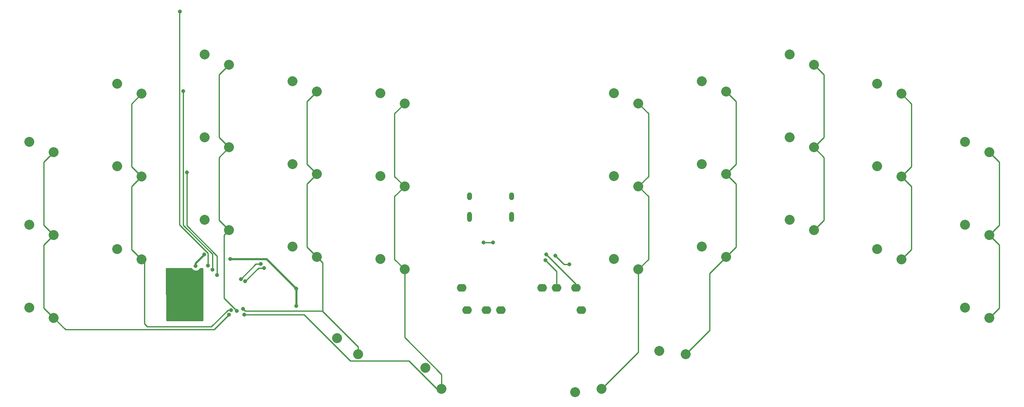
<source format=gbr>
%TF.GenerationSoftware,KiCad,Pcbnew,5.1.6*%
%TF.CreationDate,2020-08-13T12:20:14+01:00*%
%TF.ProjectId,ferris,66657272-6973-42e6-9b69-6361645f7063,rev?*%
%TF.SameCoordinates,Original*%
%TF.FileFunction,Copper,L2,Bot*%
%TF.FilePolarity,Positive*%
%FSLAX46Y46*%
G04 Gerber Fmt 4.6, Leading zero omitted, Abs format (unit mm)*
G04 Created by KiCad (PCBNEW 5.1.6) date 2020-08-13 12:20:14*
%MOMM*%
%LPD*%
G01*
G04 APERTURE LIST*
%TA.AperFunction,ComponentPad*%
%ADD10C,2.032000*%
%TD*%
%TA.AperFunction,ComponentPad*%
%ADD11O,1.000000X2.100000*%
%TD*%
%TA.AperFunction,ComponentPad*%
%ADD12O,1.000000X1.600000*%
%TD*%
%TA.AperFunction,ComponentPad*%
%ADD13O,2.000000X1.600000*%
%TD*%
%TA.AperFunction,ViaPad*%
%ADD14C,0.800000*%
%TD*%
%TA.AperFunction,Conductor*%
%ADD15C,0.381000*%
%TD*%
%TA.AperFunction,Conductor*%
%ADD16C,0.254000*%
%TD*%
G04 APERTURE END LIST*
D10*
%TO.P,K2_6,1*%
%TO.N,/col6*%
X160000000Y-67400000D03*
%TO.P,K2_6,2*%
%TO.N,Net-(D2_6-Pad2)*%
X155000000Y-65300000D03*
%TD*%
%TO.P,K2_1,1*%
%TO.N,/col1*%
X40000000Y-67900000D03*
%TO.P,K2_1,2*%
%TO.N,Net-(D2_1-Pad2)*%
X35000000Y-65800000D03*
%TD*%
%TO.P,K2_0,1*%
%TO.N,/col0*%
X22000000Y-79900000D03*
%TO.P,K2_0,2*%
%TO.N,Net-(D2_0-Pad2)*%
X17000000Y-77800000D03*
%TD*%
%TO.P,K0_5,1*%
%TO.N,/col5*%
X142000000Y-35900000D03*
%TO.P,K0_5,2*%
%TO.N,Net-(D0_5-Pad2)*%
X137000000Y-33800000D03*
%TD*%
%TO.P,K3_6,1*%
%TO.N,/col6*%
X151657032Y-87398962D03*
%TO.P,K3_6,2*%
%TO.N,Net-(D3_6-Pad2)*%
X146283883Y-86664613D03*
%TD*%
%TO.P,K1_6,1*%
%TO.N,/col6*%
X160000000Y-50400000D03*
%TO.P,K1_6,2*%
%TO.N,Net-(D1_6-Pad2)*%
X155000000Y-48300000D03*
%TD*%
%TO.P,K2_5,1*%
%TO.N,/col5*%
X142000000Y-69900000D03*
%TO.P,K2_5,2*%
%TO.N,Net-(D2_5-Pad2)*%
X137000000Y-67800000D03*
%TD*%
%TO.P,K,1*%
%TO.N,/col7*%
X178000000Y-61900000D03*
%TO.P,K,2*%
%TO.N,Net-(D2_7-Pad2)*%
X173000000Y-59800000D03*
%TD*%
%TO.P,K1_9,1*%
%TO.N,/col9*%
X214000000Y-62900000D03*
%TO.P,K1_9,2*%
%TO.N,Net-(D1_9-Pad2)*%
X209000000Y-60800000D03*
%TD*%
%TO.P,K3_5,1*%
%TO.N,/col5*%
X134420000Y-94519550D03*
%TO.P,K3_5,2*%
%TO.N,Net-(D3_5-Pad2)*%
X129039873Y-95200897D03*
%TD*%
%TO.P,K1_8,1*%
%TO.N,/col8*%
X196000000Y-50900000D03*
%TO.P,K1_8,2*%
%TO.N,Net-(D1_8-Pad2)*%
X191000000Y-48800000D03*
%TD*%
%TO.P,K1_5,1*%
%TO.N,/col5*%
X142000000Y-52900000D03*
%TO.P,K1_5,2*%
%TO.N,Net-(D1_5-Pad2)*%
X137000000Y-50800000D03*
%TD*%
%TO.P,K0_9,1*%
%TO.N,/col9*%
X214000000Y-45900000D03*
%TO.P,K0_9,2*%
%TO.N,Net-(D0_9-Pad2)*%
X209000000Y-43800000D03*
%TD*%
%TO.P,K0_6,1*%
%TO.N,/col6*%
X160000000Y-33400000D03*
%TO.P,K0_6,2*%
%TO.N,Net-(D0_6-Pad2)*%
X155000000Y-31300000D03*
%TD*%
%TO.P,K2_8,1*%
%TO.N,/col8*%
X196000000Y-67900000D03*
%TO.P,K2_8,2*%
%TO.N,Net-(D2_8-Pad2)*%
X191000000Y-65800000D03*
%TD*%
%TO.P,K1_7,1*%
%TO.N,/col7*%
X178000000Y-44900000D03*
%TO.P,K1_7,2*%
%TO.N,Net-(D1_7-Pad2)*%
X173000000Y-42800000D03*
%TD*%
%TO.P,K0_7,1*%
%TO.N,/col7*%
X178000000Y-27900000D03*
%TO.P,K0_7,2*%
%TO.N,Net-(D0_7-Pad2)*%
X173000000Y-25800000D03*
%TD*%
%TO.P,K0_8,1*%
%TO.N,/col8*%
X196000000Y-33900000D03*
%TO.P,K0_8,2*%
%TO.N,Net-(D0_8-Pad2)*%
X191000000Y-31800000D03*
%TD*%
%TO.P,K2_9,1*%
%TO.N,/col9*%
X214000000Y-79900000D03*
%TO.P,K2_9,2*%
%TO.N,Net-(D2_9-Pad2)*%
X209000000Y-77800000D03*
%TD*%
%TO.P,K3_3,1*%
%TO.N,/col3*%
X84442968Y-87398962D03*
%TO.P,K3_3,2*%
%TO.N,Net-(D3_3-Pad2)*%
X80156858Y-84076423D03*
%TD*%
%TO.P,K3_4,1*%
%TO.N,/col4*%
X101580000Y-94519550D03*
%TO.P,K3_4,2*%
%TO.N,Net-(D3_4-Pad2)*%
X98299873Y-90200897D03*
%TD*%
%TO.P,K2_4,1*%
%TO.N,/col4*%
X94000000Y-69900000D03*
%TO.P,K2_4,2*%
%TO.N,Net-(D2_4-Pad2)*%
X89000000Y-67800000D03*
%TD*%
%TO.P,K2_3,1*%
%TO.N,/col3*%
X76000000Y-67400000D03*
%TO.P,K2_3,2*%
%TO.N,Net-(D2_3-Pad2)*%
X71000000Y-65300000D03*
%TD*%
%TO.P,K2_2,1*%
%TO.N,/col2*%
X58000000Y-61900000D03*
%TO.P,K2_2,2*%
%TO.N,Net-(D2_2-Pad2)*%
X53000000Y-59800000D03*
%TD*%
%TO.P,K1_3,1*%
%TO.N,/col3*%
X76000000Y-50400000D03*
%TO.P,K1_3,2*%
%TO.N,Net-(D1_3-Pad2)*%
X71000000Y-48300000D03*
%TD*%
%TO.P,K1_2,1*%
%TO.N,/col2*%
X58000000Y-44900000D03*
%TO.P,K1_2,2*%
%TO.N,Net-(D1_2-Pad2)*%
X53000000Y-42800000D03*
%TD*%
%TO.P,K1_0,1*%
%TO.N,/col0*%
X22000000Y-62900000D03*
%TO.P,K1_0,2*%
%TO.N,Net-(D1_0-Pad2)*%
X17000000Y-60800000D03*
%TD*%
%TO.P,K1_1,1*%
%TO.N,/col1*%
X40000000Y-50900000D03*
%TO.P,K1_1,2*%
%TO.N,Net-(D1_1-Pad2)*%
X35000000Y-48800000D03*
%TD*%
%TO.P,K1_4,1*%
%TO.N,/col4*%
X94000000Y-52900000D03*
%TO.P,K1_4,2*%
%TO.N,Net-(D1_4-Pad2)*%
X89000000Y-50800000D03*
%TD*%
%TO.P,K0_3,1*%
%TO.N,/col3*%
X76000000Y-33400000D03*
%TO.P,K0_3,2*%
%TO.N,Net-(D0_3-Pad2)*%
X71000000Y-31300000D03*
%TD*%
%TO.P,K0_0,1*%
%TO.N,/col0*%
X22000000Y-45900000D03*
%TO.P,K0_0,2*%
%TO.N,Net-(D0_0-Pad2)*%
X17000000Y-43800000D03*
%TD*%
%TO.P,K0_1,1*%
%TO.N,/col1*%
X40000000Y-33900000D03*
%TO.P,K0_1,2*%
%TO.N,Net-(D0_1-Pad2)*%
X35000000Y-31800000D03*
%TD*%
%TO.P,K0_4,1*%
%TO.N,/col4*%
X94000000Y-35900000D03*
%TO.P,K0_4,2*%
%TO.N,Net-(D0_4-Pad2)*%
X89000000Y-33800000D03*
%TD*%
%TO.P,K0_2,1*%
%TO.N,/col2*%
X58000000Y-27900000D03*
%TO.P,K0_2,2*%
%TO.N,Net-(D0_2-Pad2)*%
X53000000Y-25800000D03*
%TD*%
D11*
%TO.P,J1,S1*%
%TO.N,GND*%
X107320000Y-59140000D03*
X115960000Y-59140000D03*
D12*
X115960000Y-54960000D03*
X107320000Y-54960000D03*
%TD*%
D13*
%TO.P,Jack1,R1*%
%TO.N,Net-(Jack1-PadR1)*%
X125200000Y-73700000D03*
%TO.P,Jack1,R2*%
%TO.N,VDD*%
X122200000Y-73700000D03*
%TO.P,Jack1,T*%
%TO.N,Net-(Jack1-PadT)*%
X129200000Y-73700000D03*
%TO.P,Jack1,S*%
%TO.N,VSS*%
X130300000Y-78300000D03*
%TD*%
%TO.P,Jack0,R1*%
%TO.N,Net-(Jack0-PadR1)*%
X110800000Y-78300000D03*
%TO.P,Jack0,R2*%
%TO.N,+5V*%
X113800000Y-78300000D03*
%TO.P,Jack0,T*%
%TO.N,Net-(Jack0-PadT)*%
X106800000Y-78300000D03*
%TO.P,Jack0,S*%
%TO.N,GND*%
X105700000Y-73700000D03*
%TD*%
D14*
%TO.N,+5V*%
X58250000Y-67830000D03*
X71750000Y-73890000D03*
X71790000Y-77440000D03*
X51140000Y-69260000D03*
X52910000Y-66910000D03*
%TO.N,/col4*%
X61100000Y-79240000D03*
%TO.N,Net-(Jack0-PadR1)*%
X61281760Y-72421702D03*
X65200000Y-69649468D03*
%TO.N,Net-(Jack0-PadT)*%
X60400000Y-71950000D03*
X64516489Y-68843967D03*
%TO.N,Net-(Jack1-PadR1)*%
X122880000Y-68070000D03*
%TO.N,Net-(Jack1-PadT)*%
X123040000Y-66840000D03*
%TO.N,/col0*%
X57955840Y-79263473D03*
%TO.N,/col2*%
X59550000Y-78440000D03*
%TO.N,/col1*%
X58366061Y-78284195D03*
%TO.N,/col3*%
X60830000Y-78080000D03*
%TO.N,/row0\u002C0*%
X53670000Y-69180000D03*
X47855000Y-17045000D03*
%TO.N,/row0\u002C1*%
X54540000Y-70027000D03*
X48577001Y-33322999D03*
%TO.N,/row0\u002C2*%
X55551724Y-71104001D03*
X49304001Y-50072999D03*
%TO.N,Net-(R9-Pad1)*%
X127815500Y-68888354D03*
X124978231Y-67171769D03*
%TO.N,GND*%
X112117000Y-64440000D03*
X110200010Y-64440000D03*
X51720000Y-74620000D03*
X51414989Y-71180000D03*
%TD*%
D15*
%TO.N,+5V*%
X71800000Y-73940000D02*
X71750000Y-73890000D01*
X65690000Y-67830000D02*
X71750000Y-73890000D01*
X58250000Y-67830000D02*
X65690000Y-67830000D01*
X71790000Y-76730000D02*
X71800000Y-76720000D01*
X71800000Y-76720000D02*
X71800000Y-73940000D01*
X71790000Y-77440000D02*
X71790000Y-76730000D01*
X71800000Y-76920000D02*
X71800000Y-76720000D01*
X71790000Y-73930000D02*
X71750000Y-73890000D01*
X71790000Y-77440000D02*
X71790000Y-73930000D01*
X51140000Y-68680000D02*
X52910000Y-66910000D01*
X51140000Y-69260000D02*
X51140000Y-68680000D01*
D16*
%TO.N,/col4*%
X91958499Y-50858499D02*
X94000000Y-52900000D01*
X91958499Y-37941501D02*
X91958499Y-50858499D01*
X94000000Y-35900000D02*
X91958499Y-37941501D01*
X91958499Y-67858499D02*
X94000000Y-69900000D01*
X91958499Y-54941501D02*
X91958499Y-67858499D01*
X94000000Y-52900000D02*
X91958499Y-54941501D01*
X101580000Y-91493382D02*
X101580000Y-94519550D01*
X94000000Y-83913382D02*
X101580000Y-91493382D01*
X94000000Y-69900000D02*
X94000000Y-83913382D01*
X61100000Y-79240000D02*
X73380000Y-79240000D01*
X100630884Y-94519550D02*
X101580000Y-94519550D01*
X94853297Y-88741963D02*
X100630884Y-94519550D01*
X82881963Y-88741963D02*
X94853297Y-88741963D01*
X73380000Y-79240000D02*
X82881963Y-88741963D01*
%TO.N,Net-(Jack0-PadR1)*%
X64053994Y-69649468D02*
X65200000Y-69649468D01*
X61281760Y-72421702D02*
X64053994Y-69649468D01*
%TO.N,Net-(Jack0-PadT)*%
X63506033Y-68843967D02*
X64516489Y-68843967D01*
X60400000Y-71950000D02*
X63506033Y-68843967D01*
%TO.N,Net-(Jack1-PadR1)*%
X125200000Y-70390000D02*
X122880000Y-68070000D01*
X125200000Y-73700000D02*
X125200000Y-70390000D01*
%TO.N,Net-(Jack1-PadT)*%
X129200000Y-73000000D02*
X123040000Y-66840000D01*
X129200000Y-73700000D02*
X129200000Y-73000000D01*
%TO.N,/col0*%
X19958499Y-60858499D02*
X22000000Y-62900000D01*
X19958499Y-47941501D02*
X19958499Y-60858499D01*
X22000000Y-45900000D02*
X19958499Y-47941501D01*
X19958499Y-77858499D02*
X22000000Y-79900000D01*
X19958499Y-64941501D02*
X19958499Y-77858499D01*
X22000000Y-62900000D02*
X19958499Y-64941501D01*
X57955840Y-79263473D02*
X54889313Y-82330000D01*
X24430000Y-82330000D02*
X22000000Y-79900000D01*
X54889313Y-82330000D02*
X24430000Y-82330000D01*
%TO.N,/col8*%
X198041501Y-52941501D02*
X196000000Y-50900000D01*
X198041501Y-65858499D02*
X198041501Y-52941501D01*
X196000000Y-67900000D02*
X198041501Y-65858499D01*
X198041501Y-35941501D02*
X196000000Y-33900000D01*
X198041501Y-48858499D02*
X198041501Y-35941501D01*
X196000000Y-50900000D02*
X198041501Y-48858499D01*
%TO.N,/col5*%
X142000000Y-86939550D02*
X142000000Y-69900000D01*
X134420000Y-94519550D02*
X142000000Y-86939550D01*
X144041501Y-50858499D02*
X144041501Y-37941501D01*
X142000000Y-52900000D02*
X144041501Y-50858499D01*
X144041501Y-37941501D02*
X142000000Y-35900000D01*
X144041501Y-67858499D02*
X144041501Y-54941501D01*
X144041501Y-54941501D02*
X142000000Y-52900000D01*
X142000000Y-69900000D02*
X144041501Y-67858499D01*
%TO.N,/col2*%
X55958499Y-42858499D02*
X58000000Y-44900000D01*
X55958499Y-29941501D02*
X55958499Y-42858499D01*
X58000000Y-27900000D02*
X55958499Y-29941501D01*
X55958499Y-59858499D02*
X58000000Y-61900000D01*
X55958499Y-46941501D02*
X55958499Y-59858499D01*
X58000000Y-44900000D02*
X55958499Y-46941501D01*
X56984001Y-75874001D02*
X59550000Y-78440000D01*
X56984001Y-62915999D02*
X56984001Y-75874001D01*
X58000000Y-61900000D02*
X56984001Y-62915999D01*
%TO.N,/col1*%
X37958499Y-65858499D02*
X40000000Y-67900000D01*
X37958499Y-52941501D02*
X37958499Y-65858499D01*
X40000000Y-50900000D02*
X37958499Y-52941501D01*
X57800376Y-78284195D02*
X54364571Y-81720000D01*
X58366061Y-78284195D02*
X57800376Y-78284195D01*
X41170000Y-81720000D02*
X40580000Y-81130000D01*
X54364571Y-81720000D02*
X41170000Y-81720000D01*
X40580000Y-68480000D02*
X40000000Y-67900000D01*
X40580000Y-81130000D02*
X40580000Y-68480000D01*
X37958499Y-35941501D02*
X40000000Y-33900000D01*
X37958499Y-48858499D02*
X37958499Y-35941501D01*
X40000000Y-50900000D02*
X37958499Y-48858499D01*
%TO.N,/col3*%
X73958499Y-48358499D02*
X76000000Y-50400000D01*
X73958499Y-35441501D02*
X73958499Y-48358499D01*
X76000000Y-33400000D02*
X73958499Y-35441501D01*
X73958499Y-65358499D02*
X76000000Y-67400000D01*
X73958499Y-52441501D02*
X73958499Y-65358499D01*
X76000000Y-50400000D02*
X73958499Y-52441501D01*
X84442968Y-85805349D02*
X84442968Y-87398962D01*
X61229999Y-78479999D02*
X77117617Y-78479999D01*
X60830000Y-78080000D02*
X61229999Y-78479999D01*
X77117617Y-78479999D02*
X77163809Y-78526191D01*
X77163809Y-78526191D02*
X84442968Y-85805349D01*
X77163809Y-68563809D02*
X76000000Y-67400000D01*
X77163809Y-78526191D02*
X77163809Y-68563809D01*
%TO.N,/col6*%
X156620493Y-70779507D02*
X160000000Y-67400000D01*
X156620493Y-82435501D02*
X156620493Y-70779507D01*
X151657032Y-87398962D02*
X156620493Y-82435501D01*
X162041501Y-52441501D02*
X160000000Y-50400000D01*
X162041501Y-65358499D02*
X162041501Y-52441501D01*
X160000000Y-67400000D02*
X162041501Y-65358499D01*
X162041501Y-35441501D02*
X160000000Y-33400000D01*
X162041501Y-48358499D02*
X162041501Y-35441501D01*
X160000000Y-50400000D02*
X162041501Y-48358499D01*
%TO.N,/col7*%
X180041501Y-46941501D02*
X178000000Y-44900000D01*
X180041501Y-59858499D02*
X180041501Y-46941501D01*
X178000000Y-61900000D02*
X180041501Y-59858499D01*
X180041501Y-29941501D02*
X178000000Y-27900000D01*
X180041501Y-42858499D02*
X180041501Y-29941501D01*
X178000000Y-44900000D02*
X180041501Y-42858499D01*
%TO.N,/col9*%
X216041501Y-47941501D02*
X214000000Y-45900000D01*
X216041501Y-60858499D02*
X216041501Y-47941501D01*
X214000000Y-62900000D02*
X216041501Y-60858499D01*
X216041501Y-64941501D02*
X214000000Y-62900000D01*
X216041501Y-77858499D02*
X216041501Y-64941501D01*
X214000000Y-79900000D02*
X216041501Y-77858499D01*
%TO.N,/row0\u002C0*%
X53670000Y-69180000D02*
X53670000Y-66594038D01*
X47850000Y-17050000D02*
X47855000Y-17045000D01*
X47850000Y-60774038D02*
X47850000Y-17050000D01*
X53670000Y-66594038D02*
X47850000Y-60774038D01*
%TO.N,/row0\u002C1*%
X54540000Y-66821972D02*
X54540000Y-70027000D01*
X48577001Y-60858973D02*
X54540000Y-66821972D01*
X48577001Y-33322999D02*
X48577001Y-60858973D01*
%TO.N,/row0\u002C2*%
X55551724Y-67191630D02*
X55551724Y-71104001D01*
X49304001Y-60943907D02*
X55551724Y-67191630D01*
X49304001Y-50072999D02*
X49304001Y-60943907D01*
%TO.N,Net-(R9-Pad1)*%
X126694816Y-68888354D02*
X124978231Y-67171769D01*
X127815500Y-68888354D02*
X126694816Y-68888354D01*
%TO.N,GND*%
X112117000Y-64440000D02*
X110200010Y-64440000D01*
D15*
X51720000Y-71485011D02*
X51414989Y-71180000D01*
X51720000Y-74620000D02*
X51720000Y-71485011D01*
%TD*%
D16*
%TO.N,GND*%
G36*
X52542769Y-80424149D02*
G01*
X45146767Y-80462821D01*
X45127231Y-69775852D01*
X50222362Y-69749211D01*
X50222795Y-69750256D01*
X50336063Y-69919774D01*
X50480226Y-70063937D01*
X50649744Y-70177205D01*
X50838102Y-70255226D01*
X51038061Y-70295000D01*
X51241939Y-70295000D01*
X51441898Y-70255226D01*
X51630256Y-70177205D01*
X51799774Y-70063937D01*
X51943937Y-69919774D01*
X52057205Y-69750256D01*
X52061622Y-69739594D01*
X52523233Y-69737180D01*
X52542769Y-80424149D01*
G37*
X52542769Y-80424149D02*
X45146767Y-80462821D01*
X45127231Y-69775852D01*
X50222362Y-69749211D01*
X50222795Y-69750256D01*
X50336063Y-69919774D01*
X50480226Y-70063937D01*
X50649744Y-70177205D01*
X50838102Y-70255226D01*
X51038061Y-70295000D01*
X51241939Y-70295000D01*
X51441898Y-70255226D01*
X51630256Y-70177205D01*
X51799774Y-70063937D01*
X51943937Y-69919774D01*
X52057205Y-69750256D01*
X52061622Y-69739594D01*
X52523233Y-69737180D01*
X52542769Y-80424149D01*
%TD*%
M02*

</source>
